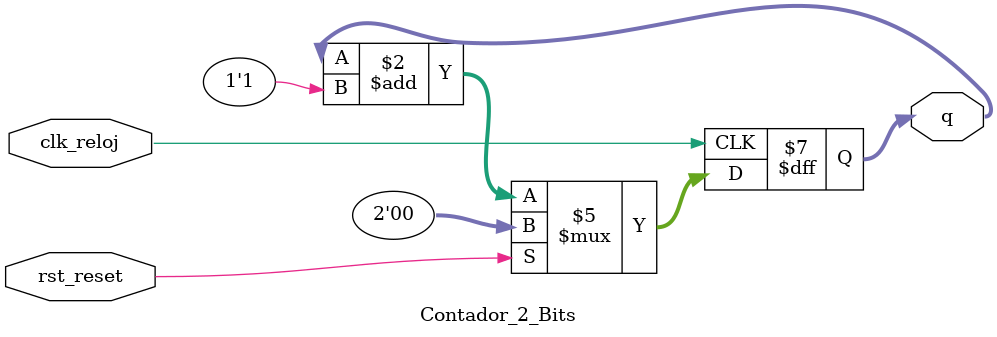
<source format=v>
`timescale 1ns / 1ps



module Contador_2_Bits(
	input wire clk_reloj,
	input wire rst_reset,
	//input wire en_enable,
	output reg [1:0] q
    );

initial begin q <= 2'd0; end
always@(posedge clk_reloj)
	if(rst_reset)
		q <= 2'd0;
	else //if(en_enable)
		q <= q + 1'b1;

endmodule

</source>
